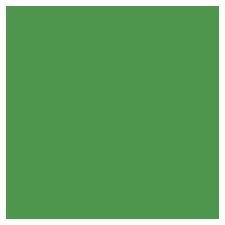
<source format=gbr>
G04 DipTrace 2.4.0.2*
%INTop.gbr*%
%MOIN*%
%ADD11C,0.0055*%
%ADD14C,0.0157*%
%ADD16R,0.0512X0.0394*%
%ADD17C,0.0394*%
%ADD18O,0.0512X0.0394*%
%ADD19C,0.0276*%
%ADD20R,0.0394X0.0433*%
%ADD21R,0.0551X0.0157*%
%ADD22R,0.0591X0.0748*%
%ADD23R,0.063X0.0512*%
%ADD24R,0.0787X0.0787*%
%ADD25R,0.0433X0.0394*%
%ADD26R,0.0394X0.0591*%
%ADD27R,0.0394X0.0512*%
%ADD28O,0.0394X0.0512*%
%ADD29R,0.063X0.0709*%
%ADD30R,0.0669X0.0669*%
%ADD31C,0.0669*%
%ADD32C,0.0669*%
%ADD34R,0.0433X0.0236*%
%ADD35R,0.0413X0.0256*%
%FSLAX44Y44*%
G04*
G70*
G90*
G75*
G01*
%LNTop*%
%LPD*%
X7205Y4803D2*
D14*
Y5276D1*
X7520Y5591D1*
Y4803D2*
Y5197D1*
X7913Y5591D1*
X8465Y4803D2*
Y5433D1*
X8346Y5551D1*
X9094Y4803D2*
Y5276D1*
X8780Y5591D1*
X9409Y4803D2*
Y4252D1*
X9961Y5354D2*
X9409D1*
X9173Y5591D1*
X7520Y8110D2*
Y7362D1*
X7835Y7047D1*
X9961Y5669D2*
X9567D1*
X9252Y5984D1*
X6654D1*
X9961Y6299D2*
X9525D1*
X9231Y6005D1*
X9252Y5984D1*
X6654Y6614D2*
X6220D1*
X6063Y6457D1*
Y6063D1*
X6142Y5984D1*
X6654D1*
Y6299D2*
X7756D1*
X8976D1*
X9291Y6614D1*
X9961D1*
X6654Y6929D2*
X7441D1*
X7756Y6614D1*
Y6299D1*
X6654Y6929D2*
X6260D1*
X5669D1*
X5118D2*
X5669D1*
X5315Y8543D2*
Y8386D1*
X5079Y8150D1*
Y7008D1*
X5157D1*
Y6772D1*
X5000Y6929D1*
X5118D1*
X4409Y6496D2*
X4567D1*
X5079Y7008D1*
X6654Y7244D2*
X6102D1*
X6063Y7283D1*
X6654Y5669D2*
X5315D1*
X4764Y5118D1*
X4606D1*
X4764D2*
X5669Y6024D1*
Y6260D1*
X5906Y4331D2*
X5827Y4252D1*
X6220D1*
X6732Y4764D1*
Y5354D1*
X6654D1*
X5906Y4331D2*
Y4449D1*
X4606D1*
Y4331D1*
Y4134D1*
X4055Y4685D1*
Y5551D1*
X4488Y5984D1*
X4921D1*
X5118Y6181D1*
Y6260D1*
X5315Y9567D2*
X5276D1*
Y10551D1*
X5827Y7717D2*
X5906D1*
X6063Y7559D1*
X6654D1*
X8150Y7323D2*
X8031D1*
X7835Y7520D1*
Y8110D1*
X8150D2*
Y7756D1*
X8465Y7441D1*
Y7126D1*
X8780Y8110D2*
Y7165D1*
X9961Y7559D2*
X10512D1*
X9961Y7244D2*
X10433D1*
X10512Y7165D1*
G36*
X6319Y7461D2*
Y7657D1*
X6988D1*
Y7461D1*
X6319D1*
G37*
G36*
Y7146D2*
Y7343D1*
X6988D1*
Y7146D1*
X6319D1*
G37*
G36*
Y6831D2*
Y7028D1*
X6988D1*
Y6831D1*
X6319D1*
G37*
G36*
Y6516D2*
Y6713D1*
X6988D1*
Y6516D1*
X6319D1*
G37*
G36*
Y6201D2*
Y6398D1*
X6988D1*
Y6201D1*
X6319D1*
G37*
G36*
Y5886D2*
Y6083D1*
X6988D1*
Y5886D1*
X6319D1*
G37*
G36*
Y5571D2*
Y5768D1*
X6988D1*
Y5571D1*
X6319D1*
G37*
G36*
Y5256D2*
Y5453D1*
X6988D1*
Y5256D1*
X6319D1*
G37*
G36*
X7106Y5138D2*
X7303D1*
Y4469D1*
X7106D1*
Y5138D1*
G37*
G36*
X7421D2*
X7618D1*
Y4469D1*
X7421D1*
Y5138D1*
G37*
G36*
X7736D2*
X7933D1*
Y4469D1*
X7736D1*
Y5138D1*
G37*
G36*
X8051D2*
X8248D1*
Y4469D1*
X8051D1*
Y5138D1*
G37*
G36*
X8366D2*
X8563D1*
Y4469D1*
X8366D1*
Y5138D1*
G37*
G36*
X8681D2*
X8878D1*
Y4469D1*
X8681D1*
Y5138D1*
G37*
G36*
X8996D2*
X9193D1*
Y4469D1*
X8996D1*
Y5138D1*
G37*
G36*
X9311D2*
X9508D1*
Y4469D1*
X9311D1*
Y5138D1*
G37*
G36*
X9626Y5256D2*
Y5453D1*
X10295D1*
Y5256D1*
X9626D1*
G37*
G36*
Y5571D2*
Y5768D1*
X10295D1*
Y5571D1*
X9626D1*
G37*
G36*
Y5886D2*
Y6083D1*
X10295D1*
Y5886D1*
X9626D1*
G37*
G36*
Y6201D2*
Y6398D1*
X10295D1*
Y6201D1*
X9626D1*
G37*
G36*
Y6516D2*
Y6713D1*
X10295D1*
Y6516D1*
X9626D1*
G37*
G36*
Y6831D2*
Y7028D1*
X10295D1*
Y6831D1*
X9626D1*
G37*
G36*
Y7146D2*
Y7343D1*
X10295D1*
Y7146D1*
X9626D1*
G37*
G36*
Y7461D2*
Y7657D1*
X10295D1*
Y7461D1*
X9626D1*
G37*
G36*
X9311Y8445D2*
X9508D1*
Y7776D1*
X9311D1*
Y8445D1*
G37*
G36*
X8996D2*
X9193D1*
Y7776D1*
X8996D1*
Y8445D1*
G37*
G36*
X8681D2*
X8878D1*
Y7776D1*
X8681D1*
Y8445D1*
G37*
G36*
X8366D2*
X8563D1*
Y7776D1*
X8366D1*
Y8445D1*
G37*
G36*
X8051D2*
X8248D1*
Y7776D1*
X8051D1*
Y8445D1*
G37*
G36*
X7736D2*
X7933D1*
Y7776D1*
X7736D1*
Y8445D1*
G37*
G36*
X7421D2*
X7618D1*
Y7776D1*
X7421D1*
Y8445D1*
G37*
G36*
X7106D2*
X7303D1*
Y7776D1*
X7106D1*
Y8445D1*
G37*
D16*
X10276Y8622D3*
D18*
Y9122D3*
Y9622D3*
Y10122D3*
Y10622D3*
D19*
X10512Y7559D3*
X7520Y5591D3*
X7913D3*
X8346Y5551D3*
X8780Y5591D3*
X9173D3*
X7835Y7047D3*
X9409Y4252D3*
X6063Y7283D3*
D20*
X5669Y6260D3*
Y6929D3*
X5118Y6260D3*
Y6929D3*
D21*
X5315Y8543D3*
Y8799D3*
Y9055D3*
Y9311D3*
Y9567D3*
D22*
X4291Y10630D3*
X4252Y7441D3*
D23*
X4606Y4331D3*
X5906D3*
X4606Y5118D3*
X5906D3*
D19*
X5276Y10551D3*
D27*
X6457Y8465D3*
D28*
X5957D3*
D16*
X10276Y4291D3*
D18*
Y4791D3*
D19*
X4409Y6496D3*
D30*
X6299Y9331D3*
D32*
Y10331D3*
X7299Y9331D3*
Y10331D3*
X8299Y9331D3*
Y10331D3*
X9299Y9331D3*
Y10331D3*
D19*
X8150Y7323D3*
X8465Y7126D3*
X8780Y7165D3*
X9055Y7441D3*
X4528Y9606D3*
X4449Y9252D3*
X4803Y9331D3*
X10512Y7165D3*
X9606Y8583D3*
X8071Y8740D3*
X5827Y7717D3*
X9055Y4291D3*
%LNInner1_Plane*%
X4449Y9252D2*
D14*
Y7047D1*
X5394Y6102D1*
X7008D1*
X7520Y5591D1*
X4803Y9331D2*
Y7205D1*
X5551Y6457D1*
X7047D1*
X7913Y5591D1*
X8346Y5551D2*
X8307D1*
X7047Y6811D1*
X5945D1*
X5197Y7559D1*
Y9606D1*
X5000Y9803D1*
X4764D1*
X4528Y9567D1*
Y9606D1*
X9409Y4252D2*
Y4882D1*
X9921Y5394D1*
X9961D1*
X10157Y5591D1*
Y7835D1*
X10591Y8268D1*
Y9307D1*
X10276Y9622D1*
X9299Y10331D2*
Y10362D1*
X8819Y9882D1*
Y8701D1*
X7835Y7717D1*
Y7047D1*
X6299Y10331D2*
X5921D1*
X5709Y10118D1*
Y8713D1*
X5957Y8465D1*
X6299Y9331D2*
X6378D1*
X7283Y8425D1*
Y7087D1*
X7638Y6732D1*
X8031D1*
X8150Y6850D1*
Y7323D1*
X10276Y9122D2*
X10224D1*
X9921Y8819D1*
Y7008D1*
X9646Y6732D1*
X8819D1*
X8445Y7106D1*
X8465Y7126D1*
X8299Y10331D2*
X8323D1*
X8819Y10827D1*
X9606D1*
X9882Y10551D1*
Y9213D1*
X8780Y8110D1*
Y7165D1*
X7299Y10331D2*
Y10339D1*
X6772Y10866D1*
X4764D1*
X4134Y10236D1*
Y4449D1*
X4567Y4016D1*
X10433D1*
X10827Y4409D1*
Y7323D1*
X10630Y7520D1*
X10472D1*
X10512Y7559D1*
D17*
X10276Y8622D3*
Y9122D3*
Y9622D3*
Y10122D3*
Y10622D3*
D19*
X10512Y7559D3*
X7520Y5591D3*
X7913D3*
X8346Y5551D3*
X8780Y5591D3*
X9173D3*
X7835Y7047D3*
X9409Y4252D3*
X6063Y7283D3*
X5276Y10551D3*
D17*
X6457Y8465D3*
X5957D3*
X10276Y4291D3*
Y4791D3*
D19*
X4409Y6496D3*
D31*
X6299Y9331D3*
Y10331D3*
X7299Y9331D3*
Y10331D3*
X8299Y9331D3*
Y10331D3*
X9299Y9331D3*
Y10331D3*
D19*
X8150Y7323D3*
X8465Y7126D3*
X8780Y7165D3*
X9055Y7441D3*
X4528Y9606D3*
X4449Y9252D3*
X4803Y9331D3*
X10512Y7165D3*
X9606Y8583D3*
X8071Y8740D3*
X5827Y7717D3*
X9055Y4291D3*
%LNInner2_Plane*%
X8780Y5591D2*
D14*
X8819D1*
Y5787D1*
X8976Y5945D1*
X9016D1*
X9921Y6850D1*
Y9768D1*
X10276Y10122D1*
X9173Y5591D2*
Y5748D1*
X10197Y6772D1*
Y8543D1*
X10276Y8622D1*
X6457Y8465D2*
Y8425D1*
X6102Y8071D1*
X5118D1*
X4882Y7835D1*
Y6969D1*
X4409Y6496D1*
X9299Y9331D2*
X9134D1*
X9803Y10000D1*
Y10709D1*
X9606Y10906D1*
X4803D1*
X4134Y10236D1*
Y6772D1*
X4409Y6496D1*
X9055Y4291D2*
X4488D1*
X4252Y4528D1*
Y6339D1*
X4409Y6496D1*
X10276Y10622D2*
X9803Y10709D1*
X9055Y7441D2*
X8898D1*
X7756Y8583D1*
X7047D1*
X6811Y8819D1*
X5984D1*
X5748Y9055D1*
Y10079D1*
X5276Y10551D1*
X8071Y8740D2*
X8780D1*
X9331Y8189D1*
Y7087D1*
X8661Y6417D1*
X7638D1*
X6654Y7402D1*
Y7441D1*
X6339Y7756D1*
X5866D1*
X5827Y7717D1*
X9606Y8583D2*
Y6929D1*
X8858Y6181D1*
X4961D1*
X4567Y5787D1*
Y4921D1*
X4843Y4646D1*
X9567D1*
X9882Y4331D1*
X10079D1*
Y4252D1*
X10315D1*
X10276Y4291D1*
D17*
Y8622D3*
Y9122D3*
Y9622D3*
Y10122D3*
Y10622D3*
D19*
X10512Y7559D3*
X7520Y5591D3*
X7913D3*
X8346Y5551D3*
X8780Y5591D3*
X9173D3*
X7835Y7047D3*
X9409Y4252D3*
X6063Y7283D3*
X5276Y10551D3*
D17*
X6457Y8465D3*
X5957D3*
X10276Y4291D3*
Y4791D3*
D19*
X4409Y6496D3*
D31*
X6299Y9331D3*
Y10331D3*
X7299Y9331D3*
Y10331D3*
X8299Y9331D3*
Y10331D3*
X9299Y9331D3*
Y10331D3*
D19*
X8150Y7323D3*
X8465Y7126D3*
X8780Y7165D3*
X9055Y7441D3*
X4528Y9606D3*
X4449Y9252D3*
X4803Y9331D3*
X10512Y7165D3*
X9606Y8583D3*
X8071Y8740D3*
X5827Y7717D3*
X9055Y4291D3*
%LNBottom*%
X4449Y9252D2*
D14*
Y8819D1*
X4567Y8701D1*
X4803Y9331D2*
X5157Y8976D1*
Y8740D1*
X5118Y8701D1*
X4567Y10079D2*
Y9646D1*
X4528Y9606D1*
X10197Y6398D2*
X9941D1*
X9724Y6614D1*
Y7205D1*
X10236Y7717D1*
Y8661D1*
X10276Y8622D1*
X4370Y7244D2*
Y7362D1*
X5039Y8031D1*
X5433D1*
X6181D1*
X6614Y8465D1*
X6457D1*
X6811D1*
X7008Y8268D1*
X7717Y6063D2*
X6811D1*
X5433Y7441D1*
Y8031D1*
X4409Y6496D2*
X5709D1*
X6890Y5315D1*
X7756D1*
X8150Y4921D1*
X8504Y8622D2*
X9055D1*
X9449Y9016D1*
Y9181D1*
X9299Y9331D1*
X9055Y4291D2*
Y4724D1*
X9252Y4921D1*
X6063Y7283D2*
X7087D1*
X7126Y7244D1*
X7717Y6575D2*
X7480D1*
X7244Y6811D1*
Y7126D1*
X7126Y7244D1*
Y7717D1*
X7677Y8268D1*
X9134Y6772D2*
Y7362D1*
X9055Y7441D1*
X8504Y7874D2*
X8268D1*
X8110Y8031D1*
Y8701D1*
X8071Y8740D1*
X5118Y10079D2*
X5551D1*
X5866D1*
X6118Y10331D1*
X6299D1*
X5957Y8465D2*
X5787D1*
X5551Y8701D1*
Y10079D1*
X10197Y6024D2*
X9803D1*
X9449Y6378D1*
X8661D1*
X8465Y6575D1*
X8386D1*
X10276Y4791D2*
Y5039D1*
X10472Y5236D1*
Y5787D1*
X10236Y6024D1*
X10197D1*
X10787Y8386D2*
X10827D1*
Y8110D1*
X10866Y8071D1*
Y6457D1*
X10433Y6024D1*
X10197D1*
X10276Y9122D2*
X10720D1*
X10787Y9055D1*
X9409Y8248D2*
Y8228D1*
X9724D1*
X9882Y8386D1*
Y8583D1*
X9606D1*
X9134Y6024D2*
X8386D1*
Y6063D1*
X10197Y6772D2*
X10354D1*
X10551Y6969D1*
Y7165D1*
X10512D1*
D16*
X10276Y8622D3*
D18*
Y9122D3*
Y9622D3*
Y10122D3*
Y10622D3*
D19*
X10512Y7559D3*
X7520Y5591D3*
X7913D3*
X8346Y5551D3*
X8780Y5591D3*
X9173D3*
X7835Y7047D3*
X9409Y4252D3*
X6063Y7283D3*
D24*
X7126Y4488D3*
Y7244D3*
X4370D3*
Y4488D3*
D25*
X8386Y6063D3*
X7717D3*
D19*
X5276Y10551D3*
D26*
X5118Y10079D3*
Y8701D3*
X4567Y10079D3*
Y8701D3*
D27*
X6457Y8465D3*
D28*
X5957D3*
D16*
X10276Y4291D3*
D18*
Y4791D3*
D29*
X8150Y4921D3*
X9252D3*
D19*
X4409Y6496D3*
D30*
X6299Y9331D3*
D32*
Y10331D3*
X7299Y9331D3*
Y10331D3*
X8299Y9331D3*
Y10331D3*
X9299Y9331D3*
Y10331D3*
D19*
X8150Y7323D3*
X8465Y7126D3*
X8780Y7165D3*
X9055Y7441D3*
D34*
X10197Y6772D3*
Y6398D3*
Y6024D3*
X9134D3*
Y6772D3*
D19*
X4528Y9606D3*
X4449Y9252D3*
X4803Y9331D3*
D35*
X8504Y7874D3*
Y8622D3*
X9409Y8248D3*
D25*
X8386Y6575D3*
X7717D3*
X7677Y8268D3*
X7008D3*
D19*
X10512Y7165D3*
X9606Y8583D3*
X8071Y8740D3*
X5827Y7717D3*
X9055Y4291D3*
D20*
X10787Y9055D3*
Y8386D3*
%LNBoardPoly*%
G36*
X3937Y11024D2*
D11*
X11024D1*
Y3937D1*
X3937D1*
Y11024D1*
G37*
M02*

</source>
